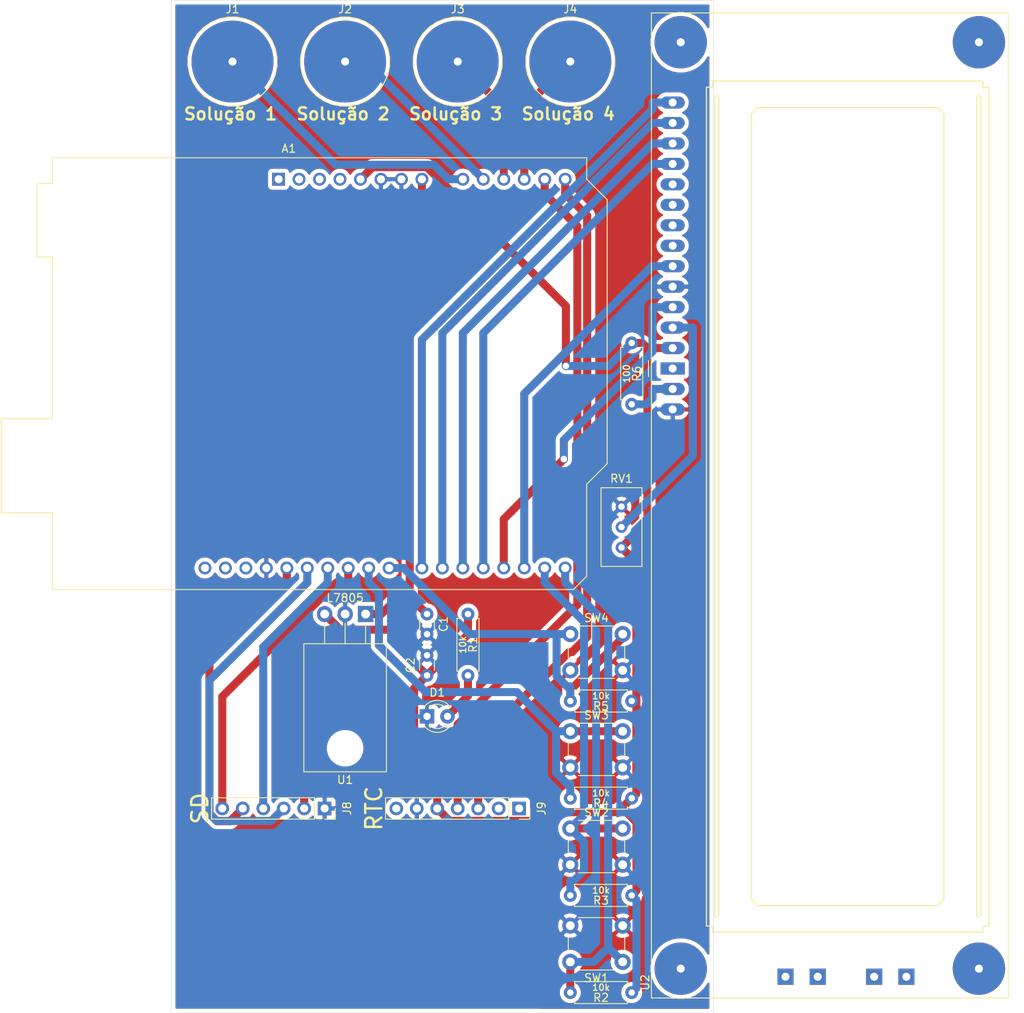
<source format=kicad_pcb>
(kicad_pcb (version 20171130) (host pcbnew "(5.1.9)-1")
  (layers (0 F.Cu signal) (31 B.Cu signal) (34 B.Paste user) (35 F.Paste user) (36 B.SilkS user) (37 F.SilkS user) (38 B.Mask user) (39 F.Mask user) (44 Edge.Cuts user))
  (net 0 "")
  (net 1 /menos)
  (net 2 /mais)
  (net 3 "Net-(A1-Pad30)")
  (net 4 /scl)
  (net 5 GNDREF)
  (net 6 /sda)
  (net 7 /sck)
  (net 8 /s4)
  (net 9 /miso)
  (net 10 /s3)
  (net 11 /mosi)
  (net 12 /s2)
  (net 13 /cs)
  (net 14 /s1)
  (net 15 /selecionar)
  (net 16 /vin)
  (net 17 /cancelar)
  (net 18 /db7)
  (net 19 /db6)
  (net 20 /db5)
  (net 21 "Net-(A1-Pad4)")
  (net 22 /db4)
  (net 23 "Net-(A1-Pad3)")
  (net 24 /rs)
  (net 25 "Net-(A1-Pad2)")
  (net 26 /e)
  (net 27 "Net-(A1-Pad1)")
  (net 28 "Net-(A1-Pad31)")
  (net 29 "Net-(A1-Pad32)")
  (net 30 /5v)
  (net 31 "Net-(D1-Pad2)")
  (net 32 /bat)
  (net 33 /ds)
  (net 34 /sq)
  (net 35 "Net-(R6-Pad2)")
  (net 36 "Net-(RV1-Pad2)")
  (net 37 "Net-(U2-PadK2)")
  (net 38 "Net-(U2-PadA2)")
  (net 39 "Net-(U2-PadK1)")
  (net 40 "Net-(U2-PadA1)")
  (net 41 "Net-(U2-Pad1)")
  (net 42 "Net-(U2-Pad7)")
  (net 43 "Net-(U2-Pad8)")
  (net 44 "Net-(U2-Pad9)")
  (net 45 "Net-(U2-Pad10)")
  (module Display:LCD-016N002L (layer F.Cu) (at 120.65 76.2 90)
    (fp_text reference U2 (at -76.21 -3.41 270) (layer F.SilkS))
    (fp_text value LCD-016N002L)
    (fp_line (start -78.14 41.64) (end 44.14 41.64) (layer F.SilkS) (width 0.12))
    (fp_line (start 44.14 -2.64) (end 44.14 41.64) (layer F.SilkS) (width 0.12))
    (fp_line (start -1 -3) (end 1 -3) (layer F.SilkS) (width 0.12))
    (fp_line (start 44.14 -2.64) (end -78.14 -2.64) (layer F.SilkS) (width 0.12))
    (fp_line (start -78.14 -2.64) (end -78.14 41.64) (layer F.SilkS) (width 0.12))
    (fp_line (start 33.655 5.207) (end -67.945 5.207) (layer F.SilkS) (width 0.15))
    (fp_line (start -67.945 5.207) (end -68.199 5.461) (layer F.SilkS) (width 0.15))
    (fp_line (start -68.199 5.461) (end -67.945 5.715) (layer F.SilkS) (width 0.15))
    (fp_line (start -67.945 5.715) (end 33.655 5.715) (layer F.SilkS) (width 0.15))
    (fp_line (start 33.655 5.207) (end 33.909 5.461) (layer F.SilkS) (width 0.15))
    (fp_line (start 33.909 5.461) (end 33.655 5.715) (layer F.SilkS) (width 0.15))
    (fp_line (start 33.655 38.227) (end 33.909 37.973) (layer F.SilkS) (width 0.15))
    (fp_line (start 33.909 37.973) (end 33.655 37.719) (layer F.SilkS) (width 0.15))
    (fp_line (start 33.655 37.719) (end -67.945 37.719) (layer F.SilkS) (width 0.15))
    (fp_line (start -67.945 37.719) (end -68.199 37.973) (layer F.SilkS) (width 0.15))
    (fp_line (start -68.199 37.973) (end -67.945 38.227) (layer F.SilkS) (width 0.15))
    (fp_line (start -67.945 38.227) (end 33.655 38.227) (layer F.SilkS) (width 0.15))
    (fp_line (start 32.385 10.541) (end 32.385 32.893) (layer F.SilkS) (width 0.15))
    (fp_line (start -65.913 9.779) (end 31.623 9.779) (layer F.SilkS) (width 0.15))
    (fp_line (start -66.675 32.893) (end -66.675 10.541) (layer F.SilkS) (width 0.15))
    (fp_line (start 31.623 33.655) (end -65.913 33.655) (layer F.SilkS) (width 0.15))
    (fp_line (start 31.623 9.779) (end 32.385 10.541) (layer F.SilkS) (width 0.15))
    (fp_line (start -66.675 10.541) (end -65.913 9.779) (layer F.SilkS) (width 0.15))
    (fp_line (start -65.913 33.655) (end -66.675 32.893) (layer F.SilkS) (width 0.15))
    (fp_line (start 32.385 32.893) (end 31.623 33.655) (layer F.SilkS) (width 0.15))
    (fp_line (start -69.977 4.953) (end -69.977 38.481) (layer F.SilkS) (width 0.15))
    (fp_line (start 34.925 4.191) (end -69.215 4.191) (layer F.SilkS) (width 0.15))
    (fp_line (start 35.687 38.481) (end 35.687 4.953) (layer F.SilkS) (width 0.15))
    (fp_line (start -69.215 39.243) (end 34.925 39.243) (layer F.SilkS) (width 0.15))
    (fp_line (start 34.925 4.191) (end 34.925 4.953) (layer F.SilkS) (width 0.15))
    (fp_line (start 34.925 4.953) (end 35.687 4.953) (layer F.SilkS) (width 0.15))
    (fp_line (start -69.215 4.191) (end -69.215 4.953) (layer F.SilkS) (width 0.15))
    (fp_line (start -69.215 4.953) (end -69.977 4.953) (layer F.SilkS) (width 0.15))
    (fp_line (start -69.215 39.243) (end -69.215 38.481) (layer F.SilkS) (width 0.15))
    (fp_line (start -69.215 38.481) (end -69.977 38.481) (layer F.SilkS) (width 0.15))
    (fp_line (start 35.687 38.481) (end 34.925 38.481) (layer F.SilkS) (width 0.15))
    (fp_line (start 34.925 38.481) (end 34.925 39.243) (layer F.SilkS) (width 0.15))
    (pad K2 thru_hole rect (at -75.5 29 270) (size 2 2) (drill 1) (layers *.Cu *.Mask) (net 37 "Net-(U2-PadK2)"))
    (pad A2 thru_hole rect (at -75.5 25 270) (size 2 2) (drill 1) (layers *.Cu *.Mask) (net 38 "Net-(U2-PadA2)"))
    (pad K1 thru_hole rect (at -75.5 18 270) (size 2 2) (drill 1) (layers *.Cu *.Mask) (net 39 "Net-(U2-PadK1)"))
    (pad A1 thru_hole rect (at -75.5 14 270) (size 2 2) (drill 1) (layers *.Cu *.Mask) (net 40 "Net-(U2-PadA1)"))
    (pad "" thru_hole circle (at 40.5 38 270) (size 6.5 6.5) (drill 1) (layers *.Cu *.Mask))
    (pad "" thru_hole circle (at 40.5 1 270) (size 6.5 6.5) (drill 1) (layers *.Cu *.Mask))
    (pad "" thru_hole circle (at -74.5 38 270) (size 6.5 6.5) (drill 1) (layers *.Cu *.Mask))
    (pad "" thru_hole circle (at -74.5 1 270) (size 6.5 6.5) (drill 1) (layers *.Cu *.Mask))
    (pad 16 thru_hole oval (at -5.08 0 270) (size 1.5 3) (drill 1) (layers *.Cu *.Mask) (net 5 GNDREF))
    (pad 15 thru_hole oval (at -2.54 0 270) (size 1.5 3) (drill 1) (layers *.Cu *.Mask) (net 35 "Net-(R6-Pad2)"))
    (pad 1 thru_hole rect (at 0 0 270) (size 1.5 3) (drill 1) (layers *.Cu *.Mask) (net 41 "Net-(U2-Pad1)"))
    (pad 2 thru_hole oval (at 2.54 0 270) (size 1.5 3) (drill 1) (layers *.Cu *.Mask) (net 30 /5v))
    (pad 3 thru_hole oval (at 5.08 0 270) (size 1.5 3) (drill 1) (layers *.Cu *.Mask) (net 36 "Net-(RV1-Pad2)"))
    (pad 4 thru_hole oval (at 7.62 0 270) (size 1.5 3) (drill 1) (layers *.Cu *.Mask) (net 24 /rs))
    (pad 5 thru_hole oval (at 10.16 0 270) (size 1.5 3) (drill 1) (layers *.Cu *.Mask) (net 5 GNDREF))
    (pad 6 thru_hole oval (at 12.7 0 270) (size 1.5 3) (drill 1) (layers *.Cu *.Mask) (net 26 /e))
    (pad 7 thru_hole oval (at 15.24 0 270) (size 1.5 3) (drill 1) (layers *.Cu *.Mask) (net 42 "Net-(U2-Pad7)"))
    (pad 8 thru_hole oval (at 17.78 0 270) (size 1.5 3) (drill 1) (layers *.Cu *.Mask) (net 43 "Net-(U2-Pad8)"))
    (pad 9 thru_hole oval (at 20.32 0 270) (size 1.5 3) (drill 1) (layers *.Cu *.Mask) (net 44 "Net-(U2-Pad9)"))
    (pad 10 thru_hole oval (at 22.86 0 270) (size 1.5 3) (drill 1) (layers *.Cu *.Mask) (net 45 "Net-(U2-Pad10)"))
    (pad 11 thru_hole oval (at 25.4 0 270) (size 1.5 3) (drill 1) (layers *.Cu *.Mask) (net 22 /db4))
    (pad 12 thru_hole oval (at 27.94 0 270) (size 1.5 3) (drill 1) (layers *.Cu *.Mask) (net 20 /db5))
    (pad 13 thru_hole oval (at 30.48 0 270) (size 1.5 3) (drill 1) (layers *.Cu *.Mask) (net 19 /db6))
    (pad 14 thru_hole oval (at 33.02 0 270) (size 1.5 3) (drill 1) (layers *.Cu *.Mask) (net 18 /db7))
  )
  (module Package_TO_SOT_THT:TO-220-3_Horizontal_TabDown (layer F.Cu) (at 82.55 106.68 180)
    (fp_text reference U1 (at 2.54 -20.58) (layer F.SilkS))
    (fp_text value L7805 (at 2.54 2) (layer F.SilkS))
    (fp_line (start 5.08 -3.69) (end 5.08 -1.15) (layer F.SilkS) (width 0.12))
    (fp_line (start 2.54 -3.69) (end 2.54 -1.15) (layer F.SilkS) (width 0.12))
    (fp_line (start 0 -3.69) (end 0 -1.15) (layer F.SilkS) (width 0.12))
    (fp_line (start 7.66 -19.58) (end 7.66 -3.69) (layer F.SilkS) (width 0.12))
    (fp_line (start -2.58 -19.58) (end -2.58 -3.69) (layer F.SilkS) (width 0.12))
    (fp_line (start -2.58 -19.58) (end 7.66 -19.58) (layer F.SilkS) (width 0.12))
    (fp_line (start -2.58 -3.69) (end 7.66 -3.69) (layer F.SilkS) (width 0.12))
    (pad 3 thru_hole oval (at 5.08 0 180) (size 1.905 2) (drill 1.1) (layers *.Cu *.Mask) (net 30 /5v))
    (pad 2 thru_hole oval (at 2.54 0 180) (size 1.905 2) (drill 1.1) (layers *.Cu *.Mask) (net 5 GNDREF))
    (pad 1 thru_hole rect (at 0 0 180) (size 1.905 2) (drill 1.1) (layers *.Cu *.Mask) (net 16 /vin))
    (pad "" np_thru_hole oval (at 2.54 -16.66 180) (size 3.5 3.5) (drill 3.5) (layers *.Cu *.Mask))
  )
  (module Button_Switch_THT:SW_PUSH_6mm (layer F.Cu) (at 107.95 109.165)
    (fp_text reference SW4 (at 3.25 -2) (layer F.SilkS))
    (fp_text value cancelar)
    (fp_line (start 1 5.5) (end 5.5 5.5) (layer F.SilkS) (width 0.12))
    (fp_line (start -0.25 1.5) (end -0.25 3) (layer F.SilkS) (width 0.12))
    (fp_line (start 5.5 -1) (end 1 -1) (layer F.SilkS) (width 0.12))
    (fp_line (start 6.75 3) (end 6.75 1.5) (layer F.SilkS) (width 0.12))
    (pad 1 thru_hole circle (at 6.5 0 90) (size 2 2) (drill 1.1) (layers *.Cu *.Mask) (net 17 /cancelar))
    (pad 2 thru_hole circle (at 6.5 4.5 90) (size 2 2) (drill 1.1) (layers *.Cu *.Mask) (net 5 GNDREF))
    (pad 1 thru_hole circle (at 0 0 90) (size 2 2) (drill 1.1) (layers *.Cu *.Mask) (net 17 /cancelar))
    (pad 2 thru_hole circle (at 0 4.5 90) (size 2 2) (drill 1.1) (layers *.Cu *.Mask) (net 5 GNDREF))
  )
  (module Button_Switch_THT:SW_PUSH_6mm (layer F.Cu) (at 107.95 121.23)
    (fp_text reference SW3 (at 3.25 -2) (layer F.SilkS))
    (fp_text value selecionar)
    (fp_line (start 1 5.5) (end 5.5 5.5) (layer F.SilkS) (width 0.12))
    (fp_line (start -0.25 1.5) (end -0.25 3) (layer F.SilkS) (width 0.12))
    (fp_line (start 5.5 -1) (end 1 -1) (layer F.SilkS) (width 0.12))
    (fp_line (start 6.75 3) (end 6.75 1.5) (layer F.SilkS) (width 0.12))
    (pad 1 thru_hole circle (at 6.5 0 90) (size 2 2) (drill 1.1) (layers *.Cu *.Mask) (net 15 /selecionar))
    (pad 2 thru_hole circle (at 6.5 4.5 90) (size 2 2) (drill 1.1) (layers *.Cu *.Mask) (net 5 GNDREF))
    (pad 1 thru_hole circle (at 0 0 90) (size 2 2) (drill 1.1) (layers *.Cu *.Mask) (net 15 /selecionar))
    (pad 2 thru_hole circle (at 0 4.5 90) (size 2 2) (drill 1.1) (layers *.Cu *.Mask) (net 5 GNDREF))
  )
  (module Button_Switch_THT:SW_PUSH_6mm (layer F.Cu) (at 107.95 133.295)
    (fp_text reference SW2 (at 3.25 -2) (layer F.SilkS))
    (fp_text value menos)
    (fp_line (start 1 5.5) (end 5.5 5.5) (layer F.SilkS) (width 0.12))
    (fp_line (start -0.25 1.5) (end -0.25 3) (layer F.SilkS) (width 0.12))
    (fp_line (start 5.5 -1) (end 1 -1) (layer F.SilkS) (width 0.12))
    (fp_line (start 6.75 3) (end 6.75 1.5) (layer F.SilkS) (width 0.12))
    (pad 1 thru_hole circle (at 6.5 0 90) (size 2 2) (drill 1.1) (layers *.Cu *.Mask) (net 1 /menos))
    (pad 2 thru_hole circle (at 6.5 4.5 90) (size 2 2) (drill 1.1) (layers *.Cu *.Mask) (net 5 GNDREF))
    (pad 1 thru_hole circle (at 0 0 90) (size 2 2) (drill 1.1) (layers *.Cu *.Mask) (net 1 /menos))
    (pad 2 thru_hole circle (at 0 4.5 90) (size 2 2) (drill 1.1) (layers *.Cu *.Mask) (net 5 GNDREF))
  )
  (module Button_Switch_THT:SW_PUSH_6mm (layer F.Cu) (at 114.45 149.86 180)
    (fp_text reference SW1 (at 3.25 -2) (layer F.SilkS))
    (fp_text value mais)
    (fp_line (start 1 5.5) (end 5.5 5.5) (layer F.SilkS) (width 0.12))
    (fp_line (start -0.25 1.5) (end -0.25 3) (layer F.SilkS) (width 0.12))
    (fp_line (start 5.5 -1) (end 1 -1) (layer F.SilkS) (width 0.12))
    (fp_line (start 6.75 3) (end 6.75 1.5) (layer F.SilkS) (width 0.12))
    (pad 1 thru_hole circle (at 6.5 0 270) (size 2 2) (drill 1.1) (layers *.Cu *.Mask) (net 2 /mais))
    (pad 2 thru_hole circle (at 6.5 4.5 270) (size 2 2) (drill 1.1) (layers *.Cu *.Mask) (net 5 GNDREF))
    (pad 1 thru_hole circle (at 0 0 270) (size 2 2) (drill 1.1) (layers *.Cu *.Mask) (net 2 /mais))
    (pad 2 thru_hole circle (at 0 4.5 270) (size 2 2) (drill 1.1) (layers *.Cu *.Mask) (net 5 GNDREF))
  )
  (module Potentiometer_THT:Potentiometer_Bourns_3386C_Horizontal (layer F.Cu) (at 114.3 93.345)
    (fp_text reference RV1 (at 0 -3.475) (layer F.SilkS))
    (fp_text value 10k)
    (fp_line (start -2.535 -2.345) (end 2.535 -2.345) (layer F.SilkS) (width 0.12))
    (fp_line (start -2.535 7.425) (end 2.535 7.425) (layer F.SilkS) (width 0.12))
    (fp_line (start 2.535 -2.345) (end 2.535 7.425) (layer F.SilkS) (width 0.12))
    (fp_line (start -2.535 -2.345) (end -2.535 7.425) (layer F.SilkS) (width 0.12))
    (pad 1 thru_hole circle (at 0 0) (size 1.44 1.44) (drill 0.8) (layers *.Cu *.Mask) (net 5 GNDREF))
    (pad 2 thru_hole circle (at 0 2.54) (size 1.44 1.44) (drill 0.8) (layers *.Cu *.Mask) (net 36 "Net-(RV1-Pad2)"))
    (pad 3 thru_hole circle (at 0 5.08) (size 1.44 1.44) (drill 0.8) (layers *.Cu *.Mask) (net 30 /5v))
  )
  (module Resistor_THT:R_Axial_DIN0207_L6.3mm_D2.5mm_P7.62mm_Horizontal (layer F.Cu) (at 115.57 73.025 270)
    (fp_text reference R6 (at 3.81 -0.635 90) (layer F.SilkS))
    (fp_text value 100 (at 3.81 0.635 90) (layer F.SilkS) (effects (font (size 0.8 0.8))))
    (fp_line (start 0.54 -1.04) (end 0.54 -1.37) (layer F.SilkS) (width 0.12))
    (fp_line (start 0.54 -1.37) (end 7.08 -1.37) (layer F.SilkS) (width 0.12))
    (fp_line (start 7.08 -1.37) (end 7.08 -1.04) (layer F.SilkS) (width 0.12))
    (fp_line (start 0.54 1.04) (end 0.54 1.37) (layer F.SilkS) (width 0.12))
    (fp_line (start 0.54 1.37) (end 7.08 1.37) (layer F.SilkS) (width 0.12))
    (fp_line (start 7.08 1.37) (end 7.08 1.04) (layer F.SilkS) (width 0.12))
    (pad 2 thru_hole oval (at 7.62 0 270) (size 1.6 1.6) (drill 0.8) (layers *.Cu *.Mask) (net 35 "Net-(R6-Pad2)"))
    (pad 1 thru_hole circle (at 0 0 270) (size 1.6 1.6) (drill 0.8) (layers *.Cu *.Mask) (net 30 /5v))
  )
  (module Resistor_THT:R_Axial_DIN0207_L6.3mm_D2.5mm_P7.62mm_Horizontal (layer F.Cu) (at 115.57 117.475 180)
    (fp_text reference R5 (at 3.81 -0.635) (layer F.SilkS))
    (fp_text value 10k (at 3.81 0.635) (layer F.SilkS) (effects (font (size 0.8 0.8))))
    (fp_line (start 0.54 -1.04) (end 0.54 -1.37) (layer F.SilkS) (width 0.12))
    (fp_line (start 0.54 -1.37) (end 7.08 -1.37) (layer F.SilkS) (width 0.12))
    (fp_line (start 7.08 -1.37) (end 7.08 -1.04) (layer F.SilkS) (width 0.12))
    (fp_line (start 0.54 1.04) (end 0.54 1.37) (layer F.SilkS) (width 0.12))
    (fp_line (start 0.54 1.37) (end 7.08 1.37) (layer F.SilkS) (width 0.12))
    (fp_line (start 7.08 1.37) (end 7.08 1.04) (layer F.SilkS) (width 0.12))
    (pad 2 thru_hole oval (at 7.62 0 180) (size 1.6 1.6) (drill 0.8) (layers *.Cu *.Mask) (net 17 /cancelar))
    (pad 1 thru_hole circle (at 0 0 180) (size 1.6 1.6) (drill 0.8) (layers *.Cu *.Mask) (net 30 /5v))
  )
  (module Resistor_THT:R_Axial_DIN0207_L6.3mm_D2.5mm_P7.62mm_Horizontal (layer F.Cu) (at 115.57 129.54 180)
    (fp_text reference R4 (at 3.81 -0.635) (layer F.SilkS))
    (fp_text value 10k (at 3.81 0.635) (layer F.SilkS) (effects (font (size 0.8 0.8))))
    (fp_line (start 0.54 -1.04) (end 0.54 -1.37) (layer F.SilkS) (width 0.12))
    (fp_line (start 0.54 -1.37) (end 7.08 -1.37) (layer F.SilkS) (width 0.12))
    (fp_line (start 7.08 -1.37) (end 7.08 -1.04) (layer F.SilkS) (width 0.12))
    (fp_line (start 0.54 1.04) (end 0.54 1.37) (layer F.SilkS) (width 0.12))
    (fp_line (start 0.54 1.37) (end 7.08 1.37) (layer F.SilkS) (width 0.12))
    (fp_line (start 7.08 1.37) (end 7.08 1.04) (layer F.SilkS) (width 0.12))
    (pad 2 thru_hole oval (at 7.62 0 180) (size 1.6 1.6) (drill 0.8) (layers *.Cu *.Mask) (net 15 /selecionar))
    (pad 1 thru_hole circle (at 0 0 180) (size 1.6 1.6) (drill 0.8) (layers *.Cu *.Mask) (net 30 /5v))
  )
  (module Resistor_THT:R_Axial_DIN0207_L6.3mm_D2.5mm_P7.62mm_Horizontal (layer F.Cu) (at 115.57 141.605 180)
    (fp_text reference R3 (at 3.81 -0.635) (layer F.SilkS))
    (fp_text value 10k (at 3.81 0.635) (layer F.SilkS) (effects (font (size 0.8 0.8))))
    (fp_line (start 0.54 -1.04) (end 0.54 -1.37) (layer F.SilkS) (width 0.12))
    (fp_line (start 0.54 -1.37) (end 7.08 -1.37) (layer F.SilkS) (width 0.12))
    (fp_line (start 7.08 -1.37) (end 7.08 -1.04) (layer F.SilkS) (width 0.12))
    (fp_line (start 0.54 1.04) (end 0.54 1.37) (layer F.SilkS) (width 0.12))
    (fp_line (start 0.54 1.37) (end 7.08 1.37) (layer F.SilkS) (width 0.12))
    (fp_line (start 7.08 1.37) (end 7.08 1.04) (layer F.SilkS) (width 0.12))
    (pad 2 thru_hole oval (at 7.62 0 180) (size 1.6 1.6) (drill 0.8) (layers *.Cu *.Mask) (net 1 /menos))
    (pad 1 thru_hole circle (at 0 0 180) (size 1.6 1.6) (drill 0.8) (layers *.Cu *.Mask) (net 30 /5v))
  )
  (module Resistor_THT:R_Axial_DIN0207_L6.3mm_D2.5mm_P7.62mm_Horizontal (layer F.Cu) (at 115.57 153.67 180)
    (fp_text reference R2 (at 3.81 -0.635) (layer F.SilkS))
    (fp_text value 10k (at 3.81 0.635) (layer F.SilkS) (effects (font (size 0.8 0.8))))
    (fp_line (start 0.54 -1.04) (end 0.54 -1.37) (layer F.SilkS) (width 0.12))
    (fp_line (start 0.54 -1.37) (end 7.08 -1.37) (layer F.SilkS) (width 0.12))
    (fp_line (start 7.08 -1.37) (end 7.08 -1.04) (layer F.SilkS) (width 0.12))
    (fp_line (start 0.54 1.04) (end 0.54 1.37) (layer F.SilkS) (width 0.12))
    (fp_line (start 0.54 1.37) (end 7.08 1.37) (layer F.SilkS) (width 0.12))
    (fp_line (start 7.08 1.37) (end 7.08 1.04) (layer F.SilkS) (width 0.12))
    (pad 2 thru_hole oval (at 7.62 0 180) (size 1.6 1.6) (drill 0.8) (layers *.Cu *.Mask) (net 2 /mais))
    (pad 1 thru_hole circle (at 0 0 180) (size 1.6 1.6) (drill 0.8) (layers *.Cu *.Mask) (net 30 /5v))
  )
  (module Resistor_THT:R_Axial_DIN0207_L6.3mm_D2.5mm_P7.62mm_Horizontal (layer F.Cu) (at 95.25 106.68 270)
    (fp_text reference R1 (at 3.81 -0.635 90) (layer F.SilkS))
    (fp_text value 10k (at 3.81 0.635 90) (layer F.SilkS) (effects (font (size 0.8 0.8))))
    (fp_line (start 0.54 -1.04) (end 0.54 -1.37) (layer F.SilkS) (width 0.12))
    (fp_line (start 0.54 -1.37) (end 7.08 -1.37) (layer F.SilkS) (width 0.12))
    (fp_line (start 7.08 -1.37) (end 7.08 -1.04) (layer F.SilkS) (width 0.12))
    (fp_line (start 0.54 1.04) (end 0.54 1.37) (layer F.SilkS) (width 0.12))
    (fp_line (start 0.54 1.37) (end 7.08 1.37) (layer F.SilkS) (width 0.12))
    (fp_line (start 7.08 1.37) (end 7.08 1.04) (layer F.SilkS) (width 0.12))
    (pad 2 thru_hole oval (at 7.62 0 270) (size 1.6 1.6) (drill 0.8) (layers *.Cu *.Mask) (net 31 "Net-(D1-Pad2)"))
    (pad 1 thru_hole circle (at 0 0 270) (size 1.6 1.6) (drill 0.8) (layers *.Cu *.Mask) (net 30 /5v))
  )
  (module Connector_PinSocket_2.54mm:PinSocket_1x07_P2.54mm_Vertical (layer F.Cu) (at 101.6 130.81 270)
    (fp_text reference J9 (at 0 -2.77 90) (layer F.SilkS))
    (fp_text value RTC (at 0 18.01 90) (layer F.SilkS) (effects (font (size 2 2) (thickness 0.3))))
    (fp_line (start -1.33 1.27) (end 1.33 1.27) (layer F.SilkS) (width 0.12))
    (fp_line (start -1.33 1.27) (end -1.33 16.57) (layer F.SilkS) (width 0.12))
    (fp_line (start -1.33 16.57) (end 1.33 16.57) (layer F.SilkS) (width 0.12))
    (fp_line (start 1.33 1.27) (end 1.33 16.57) (layer F.SilkS) (width 0.12))
    (fp_line (start 1.33 -1.33) (end 1.33 0) (layer F.SilkS) (width 0.12))
    (fp_line (start 0 -1.33) (end 1.33 -1.33) (layer F.SilkS) (width 0.12))
    (pad 7 thru_hole oval (at 0 15.24 270) (size 1.7 1.7) (drill 1) (layers *.Cu *.Mask) (net 32 /bat))
    (pad 6 thru_hole oval (at 0 12.7 270) (size 1.7 1.7) (drill 1) (layers *.Cu *.Mask) (net 5 GNDREF))
    (pad 5 thru_hole oval (at 0 10.16 270) (size 1.7 1.7) (drill 1) (layers *.Cu *.Mask) (net 30 /5v))
    (pad 4 thru_hole oval (at 0 7.62 270) (size 1.7 1.7) (drill 1) (layers *.Cu *.Mask) (net 6 /sda))
    (pad 3 thru_hole oval (at 0 5.08 270) (size 1.7 1.7) (drill 1) (layers *.Cu *.Mask) (net 4 /scl))
    (pad 2 thru_hole oval (at 0 2.54 270) (size 1.7 1.7) (drill 1) (layers *.Cu *.Mask) (net 33 /ds))
    (pad 1 thru_hole rect (at 0 0 270) (size 1.7 1.7) (drill 1) (layers *.Cu *.Mask) (net 34 /sq))
  )
  (module Connector_PinSocket_2.54mm:PinSocket_1x06_P2.54mm_Vertical (layer F.Cu) (at 77.47 130.81 270)
    (fp_text reference J8 (at 0 -2.77 90) (layer F.SilkS))
    (fp_text value SD (at 0 15.47 90) (layer F.SilkS) (effects (font (size 2 2) (thickness 0.3))))
    (fp_line (start -1.33 1.27) (end 1.33 1.27) (layer F.SilkS) (width 0.12))
    (fp_line (start -1.33 1.27) (end -1.33 14.03) (layer F.SilkS) (width 0.12))
    (fp_line (start -1.33 14.03) (end 1.33 14.03) (layer F.SilkS) (width 0.12))
    (fp_line (start 1.33 1.27) (end 1.33 14.03) (layer F.SilkS) (width 0.12))
    (fp_line (start 1.33 -1.33) (end 1.33 0) (layer F.SilkS) (width 0.12))
    (fp_line (start 0 -1.33) (end 1.33 -1.33) (layer F.SilkS) (width 0.12))
    (pad 6 thru_hole oval (at 0 12.7 270) (size 1.7 1.7) (drill 1) (layers *.Cu *.Mask) (net 13 /cs))
    (pad 5 thru_hole oval (at 0 10.16 270) (size 1.7 1.7) (drill 1) (layers *.Cu *.Mask) (net 7 /sck))
    (pad 4 thru_hole oval (at 0 7.62 270) (size 1.7 1.7) (drill 1) (layers *.Cu *.Mask) (net 11 /mosi))
    (pad 3 thru_hole oval (at 0 5.08 270) (size 1.7 1.7) (drill 1) (layers *.Cu *.Mask) (net 9 /miso))
    (pad 2 thru_hole oval (at 0 2.54 270) (size 1.7 1.7) (drill 1) (layers *.Cu *.Mask) (net 30 /5v))
    (pad 1 thru_hole rect (at 0 0 270) (size 1.7 1.7) (drill 1) (layers *.Cu *.Mask) (net 5 GNDREF))
  )
  (module Connector:Banana_Jack_1Pin (layer F.Cu) (at 107.95 38.1)
    (fp_text reference J4 (at 0 -6.5) (layer F.SilkS))
    (fp_text value "Solução 4" (at -0.25 6.5) (layer F.SilkS) (effects (font (size 1.5 1.5) (thickness 0.3))))
    (fp_circle (center 0 0) (end 5.5 0) (layer F.SilkS) (width 0.12))
    (pad 1 thru_hole circle (at 0 0) (size 10.16 10.16) (drill 1) (layers *.Cu *.Mask) (net 8 /s4))
  )
  (module Connector:Banana_Jack_1Pin (layer F.Cu) (at 93.98 38.1)
    (fp_text reference J3 (at 0 -6.5) (layer F.SilkS))
    (fp_text value "Solução 3" (at -0.25 6.5) (layer F.SilkS) (effects (font (size 1.5 1.5) (thickness 0.3))))
    (fp_circle (center 0 0) (end 5.5 0) (layer F.SilkS) (width 0.12))
    (pad 1 thru_hole circle (at 0 0) (size 10.16 10.16) (drill 1) (layers *.Cu *.Mask) (net 10 /s3))
  )
  (module Connector:Banana_Jack_1Pin (layer F.Cu) (at 80.01 38.1)
    (fp_text reference J2 (at 0 -6.5) (layer F.SilkS))
    (fp_text value "Solução 2" (at -0.25 6.5) (layer F.SilkS) (effects (font (size 1.5 1.5) (thickness 0.3))))
    (fp_circle (center 0 0) (end 5.5 0) (layer F.SilkS) (width 0.12))
    (pad 1 thru_hole circle (at 0 0) (size 10.16 10.16) (drill 1) (layers *.Cu *.Mask) (net 12 /s2))
  )
  (module Connector:Banana_Jack_1Pin (layer F.Cu) (at 66.04 38.1)
    (fp_text reference J1 (at 0 -6.5) (layer F.SilkS))
    (fp_text value "Solução 1" (at -0.25 6.5) (layer F.SilkS) (effects (font (size 1.5 1.5) (thickness 0.3))))
    (fp_circle (center 0 0) (end 5.5 0) (layer F.SilkS) (width 0.12))
    (pad 1 thru_hole circle (at 0 0) (size 10.16 10.16) (drill 1) (layers *.Cu *.Mask) (net 14 /s1))
  )
  (module LED_THT:LED_D3.0mm (layer F.Cu) (at 90.17 119.38)
    (fp_text reference D1 (at 1.27 -2.96) (layer F.SilkS))
    (fp_text value LED_Small)
    (fp_line (start -0.29 -1.236) (end -0.29 -1.08) (layer F.SilkS) (width 0.12))
    (fp_line (start -0.29 1.08) (end -0.29 1.236) (layer F.SilkS) (width 0.12))
    (fp_arc (start 1.27 0) (end 0.229039 1.08) (angle -87.9) (layer F.SilkS) (width 0.12))
    (fp_arc (start 1.27 0) (end 0.229039 -1.08) (angle 87.9) (layer F.SilkS) (width 0.12))
    (fp_arc (start 1.27 0) (end -0.29 1.235516) (angle -108.8) (layer F.SilkS) (width 0.12))
    (fp_arc (start 1.27 0) (end -0.29 -1.235516) (angle 108.8) (layer F.SilkS) (width 0.12))
    (pad 2 thru_hole circle (at 2.54 0) (size 1.8 1.8) (drill 0.9) (layers *.Cu *.Mask) (net 31 "Net-(D1-Pad2)"))
    (pad 1 thru_hole rect (at 0 0) (size 1.8 1.8) (drill 0.9) (layers *.Cu *.Mask) (net 5 GNDREF))
  )
  (module Capacitor_THT:C_Disc_D3.0mm_W1.6mm_P2.50mm (layer F.Cu) (at 90.17 114.3 90)
    (fp_text reference C2 (at 1.25 -2.05 90) (layer F.SilkS))
    (fp_text value 0.1uF)
    (fp_line (start 0.621 -0.92) (end 1.879 -0.92) (layer F.SilkS) (width 0.12))
    (fp_line (start 0.621 0.92) (end 1.879 0.92) (layer F.SilkS) (width 0.12))
    (pad 2 thru_hole circle (at 2.5 0 90) (size 1.6 1.6) (drill 0.8) (layers *.Cu *.Mask) (net 5 GNDREF))
    (pad 1 thru_hole circle (at 0 0 90) (size 1.6 1.6) (drill 0.8) (layers *.Cu *.Mask) (net 30 /5v))
  )
  (module Capacitor_THT:C_Disc_D3.0mm_W1.6mm_P2.50mm (layer F.Cu) (at 90.17 106.68 270)
    (fp_text reference C1 (at 1.25 -2.05 90) (layer F.SilkS))
    (fp_text value 0.33uF)
    (fp_line (start 0.621 -0.92) (end 1.879 -0.92) (layer F.SilkS) (width 0.12))
    (fp_line (start 0.621 0.92) (end 1.879 0.92) (layer F.SilkS) (width 0.12))
    (pad 2 thru_hole circle (at 2.5 0 270) (size 1.6 1.6) (drill 0.8) (layers *.Cu *.Mask) (net 5 GNDREF))
    (pad 1 thru_hole circle (at 0 0 270) (size 1.6 1.6) (drill 0.8) (layers *.Cu *.Mask) (net 16 /vin))
  )
  (module Module:Arduino_UNO_R3 (layer F.Cu) (at 71.755 52.705)
    (fp_text reference A1 (at 1.27 -3.81 180) (layer F.SilkS))
    (fp_text value Arduino_UNO_R3)
    (fp_line (start 40.77 35.31) (end 40.77 2.54) (layer F.SilkS) (width 0.12))
    (fp_line (start 40.77 2.54) (end 38.23 0) (layer F.SilkS) (width 0.12))
    (fp_line (start 38.23 0) (end 38.23 -2.67) (layer F.SilkS) (width 0.12))
    (fp_line (start 38.23 -2.67) (end -28.07 -2.67) (layer F.SilkS) (width 0.12))
    (fp_line (start -28.07 -2.67) (end -28.07 0.51) (layer F.SilkS) (width 0.12))
    (fp_line (start -28.07 0.51) (end -29.97 0.51) (layer F.SilkS) (width 0.12))
    (fp_line (start -29.97 0.51) (end -29.97 9.65) (layer F.SilkS) (width 0.12))
    (fp_line (start -29.97 9.65) (end -28.07 9.65) (layer F.SilkS) (width 0.12))
    (fp_line (start -28.07 9.65) (end -28.07 29.72) (layer F.SilkS) (width 0.12))
    (fp_line (start -28.07 29.72) (end -34.42 29.72) (layer F.SilkS) (width 0.12))
    (fp_line (start -34.42 29.72) (end -34.42 41.4) (layer F.SilkS) (width 0.12))
    (fp_line (start -34.42 41.4) (end -28.07 41.4) (layer F.SilkS) (width 0.12))
    (fp_line (start -28.07 41.4) (end -28.07 50.93) (layer F.SilkS) (width 0.12))
    (fp_line (start -28.07 50.93) (end 36.58 50.93) (layer F.SilkS) (width 0.12))
    (fp_line (start 36.58 50.93) (end 38.23 49.28) (layer F.SilkS) (width 0.12))
    (fp_line (start 38.23 49.28) (end 38.23 37.85) (layer F.SilkS) (width 0.12))
    (fp_line (start 38.23 37.85) (end 40.77 35.31) (layer F.SilkS) (width 0.12))
    (pad 16 thru_hole oval (at 33.02 48.26 90) (size 1.6 1.6) (drill 1) (layers *.Cu *.Mask) (net 1 /menos))
    (pad 15 thru_hole oval (at 35.56 48.26 90) (size 1.6 1.6) (drill 1) (layers *.Cu *.Mask) (net 2 /mais))
    (pad 30 thru_hole oval (at -4.06 48.26 90) (size 1.6 1.6) (drill 1) (layers *.Cu *.Mask) (net 3 "Net-(A1-Pad30)"))
    (pad 14 thru_hole oval (at 35.56 0 90) (size 1.6 1.6) (drill 1) (layers *.Cu *.Mask) (net 4 /scl))
    (pad 29 thru_hole oval (at -1.52 48.26 90) (size 1.6 1.6) (drill 1) (layers *.Cu *.Mask) (net 5 GNDREF))
    (pad 13 thru_hole oval (at 33.02 0 90) (size 1.6 1.6) (drill 1) (layers *.Cu *.Mask) (net 6 /sda))
    (pad 28 thru_hole oval (at 1.02 48.26 90) (size 1.6 1.6) (drill 1) (layers *.Cu *.Mask) (net 7 /sck))
    (pad 12 thru_hole oval (at 30.48 0 90) (size 1.6 1.6) (drill 1) (layers *.Cu *.Mask) (net 8 /s4))
    (pad 27 thru_hole oval (at 3.56 48.26 90) (size 1.6 1.6) (drill 1) (layers *.Cu *.Mask) (net 9 /miso))
    (pad 11 thru_hole oval (at 27.94 0 90) (size 1.6 1.6) (drill 1) (layers *.Cu *.Mask) (net 10 /s3))
    (pad 26 thru_hole oval (at 6.1 48.26 90) (size 1.6 1.6) (drill 1) (layers *.Cu *.Mask) (net 11 /mosi))
    (pad 10 thru_hole oval (at 25.4 0 90) (size 1.6 1.6) (drill 1) (layers *.Cu *.Mask) (net 12 /s2))
    (pad 25 thru_hole oval (at 8.64 48.26 90) (size 1.6 1.6) (drill 1) (layers *.Cu *.Mask) (net 13 /cs))
    (pad 9 thru_hole oval (at 22.86 0 90) (size 1.6 1.6) (drill 1) (layers *.Cu *.Mask) (net 14 /s1))
    (pad 24 thru_hole oval (at 11.18 48.26 90) (size 1.6 1.6) (drill 1) (layers *.Cu *.Mask) (net 15 /selecionar))
    (pad 8 thru_hole oval (at 17.78 0 90) (size 1.6 1.6) (drill 1) (layers *.Cu *.Mask) (net 16 /vin))
    (pad 23 thru_hole oval (at 13.72 48.26 90) (size 1.6 1.6) (drill 1) (layers *.Cu *.Mask) (net 17 /cancelar))
    (pad 7 thru_hole oval (at 15.24 0 90) (size 1.6 1.6) (drill 1) (layers *.Cu *.Mask) (net 5 GNDREF))
    (pad 22 thru_hole oval (at 17.78 48.26 90) (size 1.6 1.6) (drill 1) (layers *.Cu *.Mask) (net 18 /db7))
    (pad 6 thru_hole oval (at 12.7 0 90) (size 1.6 1.6) (drill 1) (layers *.Cu *.Mask) (net 5 GNDREF))
    (pad 21 thru_hole oval (at 20.32 48.26 90) (size 1.6 1.6) (drill 1) (layers *.Cu *.Mask) (net 19 /db6))
    (pad 5 thru_hole oval (at 10.16 0 90) (size 1.6 1.6) (drill 1) (layers *.Cu *.Mask) (net 30 /5v))
    (pad 20 thru_hole oval (at 22.86 48.26 90) (size 1.6 1.6) (drill 1) (layers *.Cu *.Mask) (net 20 /db5))
    (pad 4 thru_hole oval (at 7.62 0 90) (size 1.6 1.6) (drill 1) (layers *.Cu *.Mask) (net 21 "Net-(A1-Pad4)"))
    (pad 19 thru_hole oval (at 25.4 48.26 90) (size 1.6 1.6) (drill 1) (layers *.Cu *.Mask) (net 22 /db4))
    (pad 3 thru_hole oval (at 5.08 0 90) (size 1.6 1.6) (drill 1) (layers *.Cu *.Mask) (net 23 "Net-(A1-Pad3)"))
    (pad 18 thru_hole oval (at 27.94 48.26 90) (size 1.6 1.6) (drill 1) (layers *.Cu *.Mask) (net 24 /rs))
    (pad 2 thru_hole oval (at 2.54 0 90) (size 1.6 1.6) (drill 1) (layers *.Cu *.Mask) (net 25 "Net-(A1-Pad2)"))
    (pad 17 thru_hole oval (at 30.48 48.26 90) (size 1.6 1.6) (drill 1) (layers *.Cu *.Mask) (net 26 /e))
    (pad 1 thru_hole rect (at 0 0 90) (size 1.6 1.6) (drill 1) (layers *.Cu *.Mask) (net 27 "Net-(A1-Pad1)"))
    (pad 31 thru_hole oval (at -6.6 48.26 90) (size 1.6 1.6) (drill 1) (layers *.Cu *.Mask) (net 28 "Net-(A1-Pad31)"))
    (pad 32 thru_hole oval (at -9.14 48.26 90) (size 1.6 1.6) (drill 1) (layers *.Cu *.Mask) (net 29 "Net-(A1-Pad32)"))
  )
  (gr_line (start 125.73 30.48) (end 58.42 30.48) (layer Edge.Cuts) (width 0.05))
  (gr_line (start 125.73 156.21) (end 125.73 30.48) (layer Edge.Cuts) (width 0.05))
  (gr_line (start 58.42 156.21) (end 125.73 156.21) (layer Edge.Cuts) (width 0.05))
  (gr_line (start 58.42 30.48) (end 58.42 156.21) (layer Edge.Cuts) (width 0.05))
  (segment (start 104.775 100.965) (end 104.775 102.765) (width 1) (layer B.Cu) (net 1))
  (segment (start 104.775 102.765) (end 109.6504 107.6404) (width 1) (layer B.Cu) (net 1))
  (segment (start 109.6504 107.6404) (end 109.6504 131.5946) (width 1) (layer B.Cu) (net 1))
  (segment (start 109.6504 131.5946) (end 107.95 133.295) (width 1) (layer B.Cu) (net 1))
  (segment (start 107.95 133.295) (end 114.45 133.295) (width 1) (layer F.Cu) (net 1))
  (segment (start 107.95 141.605) (end 107.95 139.805) (width 1) (layer B.Cu) (net 1))
  (segment (start 107.95 139.805) (end 108.3503 139.805) (width 1) (layer B.Cu) (net 1))
  (segment (start 108.3503 139.805) (end 109.6504 138.5049) (width 1) (layer B.Cu) (net 1))
  (segment (start 109.6504 138.5049) (end 109.6504 134.9954) (width 1) (layer B.Cu) (net 1))
  (segment (start 109.6504 134.9954) (end 107.95 133.295) (width 1) (layer B.Cu) (net 1))
  (segment (start 107.95 149.86) (end 107.95 153.67) (width 1) (layer F.Cu) (net 2))
  (segment (start 112.6504 148.0604) (end 114.45 149.86) (width 1) (layer B.Cu) (net 2))
  (segment (start 107.315 102.765) (end 112.6504 108.1004) (width 1) (layer B.Cu) (net 2))
  (segment (start 112.6504 108.1004) (end 112.6504 148.0604) (width 1) (layer B.Cu) (net 2))
  (segment (start 107.95 149.86) (end 110.8508 149.86) (width 1) (layer B.Cu) (net 2))
  (segment (start 110.8508 149.86) (end 112.6504 148.0604) (width 1) (layer B.Cu) (net 2))
  (segment (start 107.315 100.965) (end 107.315 102.765) (width 1) (layer B.Cu) (net 2))
  (segment (start 107.315 52.705) (end 107.315 54.505) (width 1) (layer F.Cu) (net 4))
  (segment (start 107.315 54.505) (end 110.0401 57.2301) (width 1) (layer F.Cu) (net 4))
  (segment (start 110.0401 57.2301) (end 110.0401 109.5154) (width 1) (layer F.Cu) (net 4))
  (segment (start 110.0401 109.5154) (end 108.1405 111.415) (width 1) (layer F.Cu) (net 4))
  (segment (start 108.1405 111.415) (end 107.7858 111.415) (width 1) (layer F.Cu) (net 4))
  (segment (start 107.7858 111.415) (end 96.52 122.6808) (width 1) (layer F.Cu) (net 4))
  (segment (start 96.52 122.6808) (end 96.52 130.81) (width 1) (layer F.Cu) (net 4))
  (segment (start 104.775 52.705) (end 104.775 54.505) (width 1) (layer F.Cu) (net 6))
  (segment (start 104.775 54.505) (end 108.8241 58.5541) (width 1) (layer F.Cu) (net 6))
  (segment (start 108.8241 58.5541) (end 108.8241 105.5293) (width 1) (layer F.Cu) (net 6))
  (segment (start 108.8241 105.5293) (end 93.98 120.3734) (width 1) (layer F.Cu) (net 6))
  (segment (start 93.98 120.3734) (end 93.98 130.81) (width 1) (layer F.Cu) (net 6))
  (segment (start 72.775 100.965) (end 72.775 102.765) (width 1) (layer F.Cu) (net 7))
  (segment (start 72.775 102.765) (end 63.1694 112.3706) (width 1) (layer F.Cu) (net 7))
  (segment (start 63.1694 112.3706) (end 63.1694 131.4388) (width 1) (layer F.Cu) (net 7))
  (segment (start 63.1694 131.4388) (end 64.1318 132.4012) (width 1) (layer F.Cu) (net 7))
  (segment (start 64.1318 132.4012) (end 65.7188 132.4012) (width 1) (layer F.Cu) (net 7))
  (segment (start 65.7188 132.4012) (end 67.31 130.81) (width 1) (layer F.Cu) (net 7))
  (segment (start 102.235 52.705) (end 102.235 43.815) (width 1) (layer F.Cu) (net 8))
  (segment (start 102.235 43.815) (end 107.95 38.1) (width 1) (layer F.Cu) (net 8))
  (segment (start 75.315 100.965) (end 75.315 102.765) (width 1) (layer B.Cu) (net 9))
  (segment (start 75.315 102.765) (end 63.1826 114.8974) (width 1) (layer B.Cu) (net 9))
  (segment (start 63.1826 114.8974) (end 63.1826 131.4855) (width 1) (layer B.Cu) (net 9))
  (segment (start 63.1826 131.4855) (end 64.0628 132.3657) (width 1) (layer B.Cu) (net 9))
  (segment (start 64.0628 132.3657) (end 70.8343 132.3657) (width 1) (layer B.Cu) (net 9))
  (segment (start 70.8343 132.3657) (end 72.39 130.81) (width 1) (layer B.Cu) (net 9))
  (segment (start 99.695 52.705) (end 99.695 43.815) (width 1) (layer F.Cu) (net 10))
  (segment (start 99.695 43.815) (end 93.98 38.1) (width 1) (layer F.Cu) (net 10))
  (segment (start 77.855 100.965) (end 77.855 102.765) (width 1) (layer B.Cu) (net 11))
  (segment (start 77.855 102.765) (end 69.85 110.77) (width 1) (layer B.Cu) (net 11))
  (segment (start 69.85 110.77) (end 69.85 130.81) (width 1) (layer B.Cu) (net 11))
  (segment (start 97.155 52.705) (end 82.55 38.1) (width 1) (layer B.Cu) (net 12))
  (segment (start 82.55 38.1) (end 80.01 38.1) (width 1) (layer B.Cu) (net 12))
  (segment (start 80.395 100.965) (end 80.395 102.765) (width 1) (layer F.Cu) (net 13))
  (segment (start 80.395 102.765) (end 78.9325 102.765) (width 1) (layer F.Cu) (net 13))
  (segment (start 78.9325 102.765) (end 64.77 116.9275) (width 1) (layer F.Cu) (net 13))
  (segment (start 64.77 116.9275) (end 64.77 130.81) (width 1) (layer F.Cu) (net 13))
  (segment (start 94.615 52.705) (end 92.815 52.705) (width 1) (layer B.Cu) (net 14))
  (segment (start 92.815 52.705) (end 91.015 50.905) (width 1) (layer B.Cu) (net 14))
  (segment (start 91.015 50.905) (end 78.845 50.905) (width 1) (layer B.Cu) (net 14))
  (segment (start 78.845 50.905) (end 66.04 38.1) (width 1) (layer B.Cu) (net 14))
  (segment (start 106.1872 121.23) (end 106.1872 126.3753) (width 1) (layer B.Cu) (net 15))
  (segment (start 106.1872 126.3753) (end 107.5519 127.74) (width 1) (layer B.Cu) (net 15))
  (segment (start 107.5519 127.74) (end 107.95 127.74) (width 1) (layer B.Cu) (net 15))
  (segment (start 82.935 102.765) (end 84.2078 104.0378) (width 1) (layer B.Cu) (net 15))
  (segment (start 84.2078 104.0378) (end 84.2078 110.5535) (width 1) (layer B.Cu) (net 15))
  (segment (start 84.2078 110.5535) (end 90.0198 116.3655) (width 1) (layer B.Cu) (net 15))
  (segment (start 90.0198 116.3655) (end 101.3227 116.3655) (width 1) (layer B.Cu) (net 15))
  (segment (start 101.3227 116.3655) (end 106.1872 121.23) (width 1) (layer B.Cu) (net 15))
  (segment (start 107.95 121.23) (end 106.1872 121.23) (width 1) (layer B.Cu) (net 15))
  (segment (start 107.95 129.54) (end 107.95 127.74) (width 1) (layer B.Cu) (net 15))
  (segment (start 107.95 121.23) (end 114.45 121.23) (width 1) (layer F.Cu) (net 15))
  (segment (start 82.935 100.965) (end 82.935 102.765) (width 1) (layer B.Cu) (net 15))
  (segment (start 88.0218 104.5318) (end 90.17 106.68) (width 1) (layer F.Cu) (net 16))
  (segment (start 89.535 54.505) (end 88.0218 56.0182) (width 1) (layer F.Cu) (net 16))
  (segment (start 88.0218 56.0182) (end 88.0218 104.5318) (width 1) (layer F.Cu) (net 16))
  (segment (start 88.0218 104.5318) (end 86.6507 104.5318) (width 1) (layer F.Cu) (net 16))
  (segment (start 86.6507 104.5318) (end 84.5025 106.68) (width 1) (layer F.Cu) (net 16))
  (segment (start 82.55 106.68) (end 84.5025 106.68) (width 1) (layer F.Cu) (net 16))
  (segment (start 89.535 52.705) (end 89.535 54.505) (width 1) (layer F.Cu) (net 16))
  (segment (start 106.2496 109.165) (end 107.95 109.165) (width 1) (layer B.Cu) (net 17))
  (segment (start 87.275 100.965) (end 95.475 109.165) (width 1) (layer B.Cu) (net 17))
  (segment (start 95.475 109.165) (end 106.2496 109.165) (width 1) (layer B.Cu) (net 17))
  (segment (start 107.95 115.675) (end 107.5497 115.675) (width 1) (layer B.Cu) (net 17))
  (segment (start 107.5497 115.675) (end 106.2496 114.3749) (width 1) (layer B.Cu) (net 17))
  (segment (start 106.2496 114.3749) (end 106.2496 109.165) (width 1) (layer B.Cu) (net 17))
  (segment (start 107.95 117.475) (end 107.95 115.675) (width 1) (layer B.Cu) (net 17))
  (segment (start 85.475 100.965) (end 87.275 100.965) (width 1) (layer B.Cu) (net 17))
  (segment (start 107.95 117.475) (end 107.95 115.675) (width 1) (layer F.Cu) (net 17))
  (segment (start 107.95 115.675) (end 108.4 115.675) (width 1) (layer F.Cu) (net 17))
  (segment (start 108.4 115.675) (end 114.45 109.625) (width 1) (layer F.Cu) (net 17))
  (segment (start 114.45 109.625) (end 114.45 109.165) (width 1) (layer F.Cu) (net 17))
  (segment (start 118.15 43.18) (end 118.15 44.0071) (width 1) (layer B.Cu) (net 18))
  (segment (start 118.15 44.0071) (end 89.535 72.6221) (width 1) (layer B.Cu) (net 18))
  (segment (start 89.535 72.6221) (end 89.535 100.965) (width 1) (layer B.Cu) (net 18))
  (segment (start 120.65 43.18) (end 118.15 43.18) (width 1) (layer B.Cu) (net 18))
  (segment (start 120.65 45.72) (end 118.15 45.72) (width 1) (layer B.Cu) (net 19))
  (segment (start 92.075 100.965) (end 92.075 71.795) (width 1) (layer B.Cu) (net 19))
  (segment (start 92.075 71.795) (end 118.15 45.72) (width 1) (layer B.Cu) (net 19))
  (segment (start 120.65 48.26) (end 118.15 48.26) (width 1) (layer B.Cu) (net 20))
  (segment (start 94.615 100.965) (end 94.615 71.795) (width 1) (layer B.Cu) (net 20))
  (segment (start 94.615 71.795) (end 118.15 48.26) (width 1) (layer B.Cu) (net 20))
  (segment (start 120.65 50.8) (end 118.15 50.8) (width 1) (layer B.Cu) (net 22))
  (segment (start 97.155 100.965) (end 97.155 71.795) (width 1) (layer B.Cu) (net 22))
  (segment (start 97.155 71.795) (end 118.15 50.8) (width 1) (layer B.Cu) (net 22))
  (segment (start 120.65 68.58) (end 118.15 68.58) (width 1) (layer B.Cu) (net 24))
  (segment (start 107.1493 87.4405) (end 107.1493 85.0829) (width 1) (layer B.Cu) (net 24))
  (segment (start 107.1493 85.0829) (end 118.15 74.0822) (width 1) (layer B.Cu) (net 24))
  (segment (start 118.15 74.0822) (end 118.15 68.58) (width 1) (layer B.Cu) (net 24))
  (segment (start 99.695 100.965) (end 99.695 94.8948) (width 1) (layer F.Cu) (net 24))
  (segment (start 99.695 94.8948) (end 107.1493 87.4405) (width 1) (layer F.Cu) (net 24))
  (via (at 107.1493 87.4405) (size 1) (drill 0.8) (layers F.Cu B.Cu) (net 24))
  (segment (start 118.15 63.5) (end 118.0643 63.5) (width 1) (layer B.Cu) (net 26))
  (segment (start 118.0643 63.5) (end 102.235 79.3293) (width 1) (layer B.Cu) (net 26))
  (segment (start 102.235 79.3293) (end 102.235 100.965) (width 1) (layer B.Cu) (net 26))
  (segment (start 120.65 63.5) (end 118.15 63.5) (width 1) (layer B.Cu) (net 26))
  (segment (start 114.3719 130.7381) (end 113.8318 131.2782) (width 1) (layer F.Cu) (net 30))
  (segment (start 113.8318 131.2782) (end 105.2842 131.2782) (width 1) (layer F.Cu) (net 30))
  (segment (start 105.2842 131.2782) (end 104.202 132.3604) (width 1) (layer F.Cu) (net 30))
  (segment (start 104.202 132.3604) (end 92.9904 132.3604) (width 1) (layer F.Cu) (net 30))
  (segment (start 92.9904 132.3604) (end 91.44 130.81) (width 1) (layer F.Cu) (net 30))
  (segment (start 115.57 129.54) (end 114.3719 130.7381) (width 1) (layer F.Cu) (net 30))
  (segment (start 114.3719 130.7381) (end 116.1633 132.5295) (width 1) (layer F.Cu) (net 30))
  (segment (start 116.1633 132.5295) (end 116.1633 141.0117) (width 1) (layer F.Cu) (net 30))
  (segment (start 116.1633 141.0117) (end 115.57 141.605) (width 1) (layer F.Cu) (net 30))
  (segment (start 90.17 114.3) (end 87.2358 111.3658) (width 1) (layer F.Cu) (net 30))
  (segment (start 87.2358 111.3658) (end 87.2358 110.355) (width 1) (layer F.Cu) (net 30))
  (segment (start 87.2358 110.355) (end 85.5032 108.6224) (width 1) (layer F.Cu) (net 30))
  (segment (start 85.5032 108.6224) (end 79.4124 108.6224) (width 1) (layer F.Cu) (net 30))
  (segment (start 79.4124 108.6224) (end 77.47 106.68) (width 1) (layer F.Cu) (net 30))
  (segment (start 88.5696 127.1443) (end 88.5696 115.9004) (width 1) (layer F.Cu) (net 30))
  (segment (start 88.5696 115.9004) (end 90.17 114.3) (width 1) (layer F.Cu) (net 30))
  (segment (start 88.5696 127.1443) (end 89.6243 127.1443) (width 1) (layer F.Cu) (net 30))
  (segment (start 89.6243 127.1443) (end 91.44 128.96) (width 1) (layer F.Cu) (net 30))
  (segment (start 74.93 128.96) (end 86.7539 128.96) (width 1) (layer F.Cu) (net 30))
  (segment (start 86.7539 128.96) (end 88.5696 127.1443) (width 1) (layer F.Cu) (net 30))
  (segment (start 74.93 130.81) (end 74.93 128.96) (width 1) (layer F.Cu) (net 30))
  (segment (start 91.44 130.81) (end 91.44 128.96) (width 1) (layer F.Cu) (net 30))
  (segment (start 107.4031 75.8881) (end 112.7069 75.8881) (width 1) (layer B.Cu) (net 30))
  (segment (start 112.7069 75.8881) (end 115.57 73.025) (width 1) (layer B.Cu) (net 30))
  (segment (start 81.915 52.705) (end 83.4213 51.1987) (width 1) (layer F.Cu) (net 30))
  (segment (start 83.4213 51.1987) (end 90.154 51.1987) (width 1) (layer F.Cu) (net 30))
  (segment (start 90.154 51.1987) (end 107.4031 68.4478) (width 1) (layer F.Cu) (net 30))
  (segment (start 107.4031 68.4478) (end 107.4031 75.8881) (width 1) (layer F.Cu) (net 30))
  (segment (start 114.3 98.425) (end 117.515 95.21) (width 1) (layer F.Cu) (net 30))
  (segment (start 117.515 95.21) (end 117.515 73.66) (width 1) (layer F.Cu) (net 30))
  (segment (start 117.515 73.66) (end 116.88 73.025) (width 1) (layer F.Cu) (net 30))
  (segment (start 116.88 73.025) (end 115.57 73.025) (width 1) (layer F.Cu) (net 30))
  (segment (start 117.515 73.66) (end 118.15 73.66) (width 1) (layer F.Cu) (net 30))
  (segment (start 116.1504 117.475) (end 116.1504 100.2754) (width 1) (layer F.Cu) (net 30))
  (segment (start 116.1504 100.2754) (end 114.3 98.425) (width 1) (layer F.Cu) (net 30))
  (segment (start 115.57 129.54) (end 116.1504 128.9596) (width 1) (layer F.Cu) (net 30))
  (segment (start 116.1504 128.9596) (end 116.1504 117.475) (width 1) (layer F.Cu) (net 30))
  (segment (start 116.1504 117.475) (end 115.57 117.475) (width 1) (layer F.Cu) (net 30))
  (segment (start 120.65 73.66) (end 118.15 73.66) (width 1) (layer F.Cu) (net 30))
  (segment (start 115.57 141.605) (end 116.1633 142.1983) (width 1) (layer B.Cu) (net 30))
  (segment (start 116.1633 142.1983) (end 116.1633 153.0767) (width 1) (layer B.Cu) (net 30))
  (segment (start 116.1633 153.0767) (end 115.57 153.67) (width 1) (layer B.Cu) (net 30))
  (segment (start 90.17 114.3) (end 95.25 109.22) (width 1) (layer F.Cu) (net 30))
  (segment (start 95.25 109.22) (end 95.25 106.68) (width 1) (layer F.Cu) (net 30))
  (via (at 107.4031 75.8881) (size 1) (drill 0.8) (layers F.Cu B.Cu) (net 30))
  (segment (start 92.71 119.38) (end 95.25 116.84) (width 1) (layer F.Cu) (net 31))
  (segment (start 95.25 116.84) (end 95.25 114.3) (width 1) (layer F.Cu) (net 31))
  (segment (start 120.65 78.74) (end 118.15 78.74) (width 1) (layer B.Cu) (net 35))
  (segment (start 115.57 80.645) (end 117.37 80.645) (width 1) (layer B.Cu) (net 35))
  (segment (start 117.37 80.645) (end 118.15 79.865) (width 1) (layer B.Cu) (net 35))
  (segment (start 118.15 79.865) (end 118.15 78.74) (width 1) (layer B.Cu) (net 35))
  (segment (start 120.65 71.12) (end 123.15 71.12) (width 1) (layer B.Cu) (net 36))
  (segment (start 114.3 95.885) (end 123.15 87.035) (width 1) (layer B.Cu) (net 36))
  (segment (start 123.15 87.035) (end 123.15 71.12) (width 1) (layer B.Cu) (net 36))
  (zone (net 0) (net_name "") (layer F.Cu) (connect_pads (clearance 0.508)) (min_thickness 0.254)
    (keepout (tracks not_allowed) (vias not_allowed) (copperpour not_allowed))
    (fill (arc_segments 32) (thermal_gap 0.508) (thermal_bridge_width 0.508))
    (polygon (pts (xy 104.14 156.21) (xy 59.074413 156.21) (xy 58.747207 139.7) (xy 103.812794 139.7)))
  )
  (zone (net 5) (net_name GNDREF) (layer B.Cu) (connect_pads (clearance 0.508)) (min_thickness 0.254) (fill yes (arc_segments 32) (thermal_gap 0.508) (thermal_bridge_width 0.508))
    (polygon (pts (xy 125.73 156.21) (xy 58.42 156.21) (xy 58.42 30.48) (xy 125.73 30.48)))
  )
  (zone (net 5) (net_name GNDREF) (layer F.Cu) (connect_pads (clearance 0.508)) (min_thickness 0.254) (fill yes (arc_segments 32) (thermal_gap 0.508) (thermal_bridge_width 0.508))
    (polygon (pts (xy 125.73 156.21) (xy 58.42 156.21) (xy 58.42 30.48) (xy 125.73 30.48)))
  )
  (zone (net 0) (net_name "") (layer F.Cu) (connect_pads (clearance 0.508)) (min_thickness 0.254)
    (keepout (tracks not_allowed) (vias not_allowed) (copperpour not_allowed))
    (fill (arc_segments 32) (thermal_gap 0.508) (thermal_bridge_width 0.508))
    (polygon (pts (xy 73.66 127) (xy 73.66 110.49) (xy 86.36 110.49) (xy 86.36 127)))
  )
)
</source>
